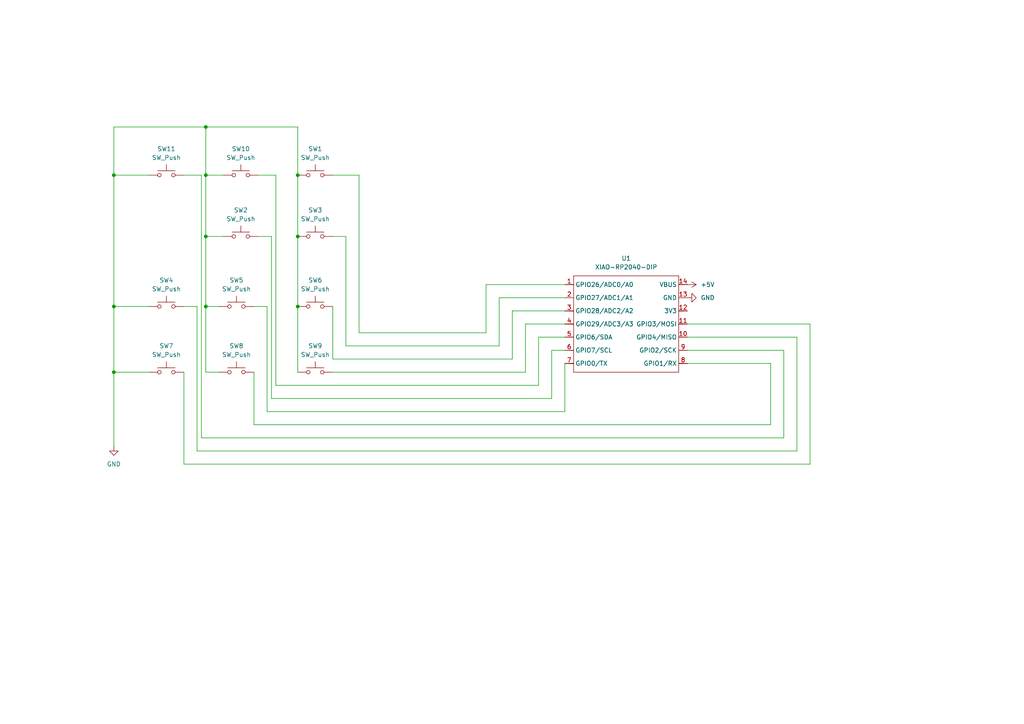
<source format=kicad_sch>
(kicad_sch (version 20250114) (generator "eeschema") (generator_version "9.0")
  (paper "A4")
  (lib_symbols
    (symbol "Seeed:XIAO-RP2040-DIP"
      (property "Reference" "U" (at 0 0 0))
      (property "Value" "XIAO-RP2040-DIP" (at 5.334 -1.778 0))
      (symbol "XIAO-RP2040-DIP_1_0"
        (polyline (pts (xy -1.27 -2.54) (xy 29.21 -2.54)) (stroke (width 0.1524)))
        (polyline (pts (xy -1.27 -5.08) (xy -2.54 -5.08)) (stroke (width 0.1524)))
        (polyline (pts (xy -1.27 -5.08) (xy -1.27 -2.54)) (stroke (width 0.1524)))
        (polyline (pts (xy -1.27 -8.89) (xy -2.54 -8.89)) (stroke (width 0.1524)))
        (polyline (pts (xy -1.27 -8.89) (xy -1.27 -5.08)) (stroke (width 0.1524)))
        (polyline (pts (xy -1.27 -12.7) (xy -2.54 -12.7)) (stroke (width 0.1524)))
        (polyline (pts (xy -1.27 -12.7) (xy -1.27 -8.89)) (stroke (width 0.1524)))
        (polyline (pts (xy -1.27 -16.51) (xy -2.54 -16.51)) (stroke (width 0.1524)))
        (polyline (pts (xy -1.27 -16.51) (xy -1.27 -12.7)) (stroke (width 0.1524)))
        (polyline (pts (xy -1.27 -20.32) (xy -2.54 -20.32)) (stroke (width 0.1524)))
        (polyline (pts (xy -1.27 -24.13) (xy -2.54 -24.13)) (stroke (width 0.1524)))
        (polyline (pts (xy -1.27 -27.94) (xy -2.54 -27.94)) (stroke (width 0.1524)))
        (polyline (pts (xy -1.27 -30.48) (xy -1.27 -16.51)) (stroke (width 0.1524)))
        (polyline (pts (xy 29.21 -2.54) (xy 29.21 -5.08)) (stroke (width 0.1524)))
        (polyline (pts (xy 29.21 -5.08) (xy 29.21 -8.89)) (stroke (width 0.1524)))
        (polyline (pts (xy 29.21 -8.89) (xy 29.21 -12.7)) (stroke (width 0.1524)))
        (polyline (pts (xy 29.21 -12.7) (xy 29.21 -30.48)) (stroke (width 0.1524)))
        (polyline (pts (xy 29.21 -30.48) (xy -1.27 -30.48)) (stroke (width 0.1524)))
        (polyline (pts (xy 30.48 -5.08) (xy 29.21 -5.08)) (stroke (width 0.1524)))
        (polyline (pts (xy 30.48 -8.89) (xy 29.21 -8.89)) (stroke (width 0.1524)))
        (polyline (pts (xy 30.48 -12.7) (xy 29.21 -12.7)) (stroke (width 0.1524)))
        (polyline (pts (xy 30.48 -16.51) (xy 29.21 -16.51)) (stroke (width 0.1524)))
        (polyline (pts (xy 30.48 -20.32) (xy 29.21 -20.32)) (stroke (width 0.1524)))
        (polyline (pts (xy 30.48 -24.13) (xy 29.21 -24.13)) (stroke (width 0.1524)))
        (polyline (pts (xy 30.48 -27.94) (xy 29.21 -27.94)) (stroke (width 0.1524)))
        (pin passive line (at -3.81 -5.08 0) (length 2.54) (name "GPIO26/ADC0/A0") (number "1"))
        (pin passive line (at -3.81 -8.89 0) (length 2.54) (name "GPIO27/ADC1/A1") (number "2"))
        (pin passive line (at -3.81 -12.7 0) (length 2.54) (name "GPIO28/ADC2/A2") (number "3"))
        (pin passive line (at -3.81 -16.51 0) (length 2.54) (name "GPIO29/ADC3/A3") (number "4"))
        (pin passive line (at -3.81 -20.32 0) (length 2.54) (name "GPIO6/SDA") (number "5"))
        (pin passive line (at -3.81 -24.13 0) (length 2.54) (name "GPIO7/SCL") (number "6"))
        (pin passive line (at -3.81 -27.94 0) (length 2.54) (name "GPIO0/TX") (number "7"))
        (pin passive line (at 31.75 -5.08 180) (length 2.54) (name "VBUS") (number "14"))
        (pin passive line (at 31.75 -8.89 180) (length 2.54) (name "GND") (number "13"))
        (pin passive line (at 31.75 -12.7 180) (length 2.54) (name "3V3") (number "12"))
        (pin passive line (at 31.75 -16.51 180) (length 2.54) (name "GPIO3/MOSI") (number "11"))
        (pin passive line (at 31.75 -20.32 180) (length 2.54) (name "GPIO4/MISO") (number "10"))
        (pin passive line (at 31.75 -24.13 180) (length 2.54) (name "GPIO2/SCK") (number "9"))
        (pin passive line (at 31.75 -27.94 180) (length 2.54) (name "GPIO1/RX") (number "8"))
      )
    )
    (symbol "Switch:SW_Push" (pin_numbers (hide yes)) (pin_names (offset 1.016) (hide yes))
      (property "Reference" "SW" (at 1.27 2.54 0))
      (property "Value" "SW_Push" (at 0 -1.524 0))
      (symbol "SW_Push_0_1"
        (circle (center -2.032 0) (radius 0.508))
        (polyline (pts (xy 0 1.27) (xy 0 3.048)))
        (circle (center 2.032 0) (radius 0.508))
        (polyline (pts (xy 2.54 1.27) (xy -2.54 1.27)))
        (pin passive line (at -5.08 0 0) (length 2.54) (name "1") (number "1"))
        (pin passive line (at 5.08 0 180) (length 2.54) (name "2") (number "2"))
      )
    )
    (symbol "power:+5V" (power) (pin_numbers (hide yes)) (pin_names (offset 0) (hide yes))
      (property "Value" "+5V" (at 0 3.556 0))
      (symbol "+5V_0_1"
        (polyline (pts (xy -0.762 1.27) (xy 0 2.54)))
        (polyline (pts (xy 0 2.54) (xy 0.762 1.27)))
        (polyline (pts (xy 0 0) (xy 0 2.54)))
      )
      (symbol "+5V_1_1"
        (pin power_in line (at 0 0 90) (length 0) (name "~") (number "1"))
      )
    )
    (symbol "power:GND" (power) (pin_numbers (hide yes)) (pin_names (offset 0) (hide yes))
      (property "Value" "GND" (at 0 -3.81 0))
      (symbol "GND_0_1"
        (polyline (pts (xy 0 0) (xy 0 -1.27) (xy 1.27 -1.27) (xy 0 -2.54) (xy -1.27 -1.27) (xy 0 -1.27)))
      )
      (symbol "GND_1_1"
        (pin power_in line (at 0 0 270) (length 0) (name "~") (number "1"))
      )
    )
  )
  (junction (at 33.02 50.8))
  (junction (at 86.36 50.8))
  (junction (at 59.69 68.58))
  (junction (at 86.36 88.9))
  (junction (at 59.69 50.8))
  (junction (at 59.69 88.9))
  (junction (at 33.02 107.95))
  (junction (at 59.69 36.83))
  (junction (at 33.02 88.9))
  (junction (at 86.36 68.58))
  (wire (pts (xy 59.69 88.9) (xy 59.69 68.58)))
  (wire (pts (xy 59.69 107.95) (xy 59.69 88.9)))
  (wire (pts (xy 223.52 105.41) (xy 223.52 123.19)))
  (wire (pts (xy 234.95 134.62) (xy 53.34 134.62)))
  (wire (pts (xy 33.02 107.95) (xy 43.18 107.95)))
  (wire (pts (xy 163.83 86.36) (xy 144.78 86.36)))
  (wire (pts (xy 77.47 119.38) (xy 77.47 88.9)))
  (wire (pts (xy 33.02 50.8) (xy 43.18 50.8)))
  (wire (pts (xy 140.97 96.52) (xy 104.14 96.52)))
  (wire (pts (xy 33.02 50.8) (xy 33.02 36.83)))
  (wire (pts (xy 163.83 105.41) (xy 163.83 119.38)))
  (wire (pts (xy 152.4 93.98) (xy 152.4 107.95)))
  (wire (pts (xy 144.78 100.33) (xy 100.33 100.33)))
  (wire (pts (xy 53.34 134.62) (xy 53.34 107.95)))
  (wire (pts (xy 53.34 50.8) (xy 58.42 50.8)))
  (wire (pts (xy 78.74 68.58) (xy 74.93 68.58)))
  (wire (pts (xy 86.36 36.83) (xy 86.36 50.8)))
  (wire (pts (xy 104.14 96.52) (xy 104.14 50.8)))
  (wire (pts (xy 199.39 105.41) (xy 223.52 105.41)))
  (wire (pts (xy 148.59 104.14) (xy 96.52 104.14)))
  (wire (pts (xy 199.39 97.79) (xy 231.14 97.79)))
  (wire (pts (xy 59.69 50.8) (xy 59.69 36.83)))
  (wire (pts (xy 144.78 86.36) (xy 144.78 100.33)))
  (wire (pts (xy 57.15 88.9) (xy 53.34 88.9)))
  (wire (pts (xy 152.4 107.95) (xy 96.52 107.95)))
  (wire (pts (xy 231.14 97.79) (xy 231.14 130.81)))
  (wire (pts (xy 33.02 88.9) (xy 43.18 88.9)))
  (wire (pts (xy 231.14 130.81) (xy 57.15 130.81)))
  (wire (pts (xy 96.52 104.14) (xy 96.52 88.9)))
  (wire (pts (xy 100.33 100.33) (xy 100.33 68.58)))
  (wire (pts (xy 100.33 68.58) (xy 96.52 68.58)))
  (wire (pts (xy 163.83 119.38) (xy 77.47 119.38)))
  (wire (pts (xy 59.69 68.58) (xy 64.77 68.58)))
  (wire (pts (xy 80.01 111.76) (xy 80.01 50.8)))
  (wire (pts (xy 104.14 50.8) (xy 96.52 50.8)))
  (wire (pts (xy 156.21 97.79) (xy 156.21 111.76)))
  (wire (pts (xy 223.52 123.19) (xy 73.66 123.19)))
  (wire (pts (xy 199.39 93.98) (xy 234.95 93.98)))
  (wire (pts (xy 33.02 129.54) (xy 33.02 107.95)))
  (wire (pts (xy 63.5 107.95) (xy 59.69 107.95)))
  (wire (pts (xy 156.21 111.76) (xy 80.01 111.76)))
  (wire (pts (xy 227.33 127) (xy 58.42 127)))
  (wire (pts (xy 73.66 123.19) (xy 73.66 107.95)))
  (wire (pts (xy 160.02 101.6) (xy 160.02 115.57)))
  (wire (pts (xy 199.39 101.6) (xy 227.33 101.6)))
  (wire (pts (xy 163.83 82.55) (xy 140.97 82.55)))
  (wire (pts (xy 163.83 93.98) (xy 152.4 93.98)))
  (wire (pts (xy 86.36 50.8) (xy 86.36 68.58)))
  (wire (pts (xy 140.97 82.55) (xy 140.97 96.52)))
  (wire (pts (xy 160.02 115.57) (xy 78.74 115.57)))
  (wire (pts (xy 33.02 88.9) (xy 33.02 50.8)))
  (wire (pts (xy 148.59 90.17) (xy 148.59 104.14)))
  (wire (pts (xy 33.02 36.83) (xy 59.69 36.83)))
  (wire (pts (xy 163.83 97.79) (xy 156.21 97.79)))
  (wire (pts (xy 77.47 88.9) (xy 73.66 88.9)))
  (wire (pts (xy 86.36 68.58) (xy 86.36 88.9)))
  (wire (pts (xy 58.42 127) (xy 58.42 50.8)))
  (wire (pts (xy 80.01 50.8) (xy 74.93 50.8)))
  (wire (pts (xy 33.02 107.95) (xy 33.02 88.9)))
  (wire (pts (xy 86.36 88.9) (xy 86.36 107.95)))
  (wire (pts (xy 59.69 36.83) (xy 86.36 36.83)))
  (wire (pts (xy 57.15 130.81) (xy 57.15 88.9)))
  (wire (pts (xy 59.69 68.58) (xy 59.69 50.8)))
  (wire (pts (xy 227.33 101.6) (xy 227.33 127)))
  (wire (pts (xy 234.95 93.98) (xy 234.95 134.62)))
  (wire (pts (xy 59.69 88.9) (xy 63.5 88.9)))
  (wire (pts (xy 163.83 101.6) (xy 160.02 101.6)))
  (wire (pts (xy 59.69 50.8) (xy 64.77 50.8)))
  (wire (pts (xy 78.74 115.57) (xy 78.74 68.58)))
  (wire (pts (xy 163.83 90.17) (xy 148.59 90.17)))
  (symbol (lib_id "Switch:SW_Push") (at 69.85 50.8 0) (unit 1)
    (property "Reference" "SW10" (at 69.85 43.18 0))
    (property "Value" "SW_Push" (at 69.85 45.72 0))
    (property "Footprint" "Button_Switch_Keyboard:SW_Cherry_MX_1.00u_PCB" (effects (hide yes)))
    (property "Description" "Push button switch, generic, two pins" (effects (hide yes)))
  )
  (symbol (lib_id "Switch:SW_Push") (at 91.44 50.8 0) (unit 1)
    (property "Reference" "SW1" (at 91.44 43.18 0))
    (property "Value" "SW_Push" (at 91.44 45.72 0))
    (property "Footprint" "Button_Switch_Keyboard:SW_Cherry_MX_1.00u_PCB" (effects (hide yes)))
    (property "Description" "Push button switch, generic, two pins" (effects (hide yes)))
  )
  (symbol (lib_id "Switch:SW_Push") (at 91.44 107.95 0) (unit 1)
    (property "Reference" "SW9" (at 91.44 100.33 0))
    (property "Value" "SW_Push" (at 91.44 102.87 0))
    (property "Footprint" "Button_Switch_Keyboard:SW_Cherry_MX_1.00u_PCB" (effects (hide yes)))
    (property "Description" "Push button switch, generic, two pins" (effects (hide yes)))
  )
  (symbol (lib_id "Switch:SW_Push") (at 48.26 88.9 0) (unit 1)
    (property "Reference" "SW4" (at 48.26 81.28 0))
    (property "Value" "SW_Push" (at 48.26 83.82 0))
    (property "Footprint" "Button_Switch_Keyboard:SW_Cherry_MX_1.00u_PCB" (effects (hide yes)))
    (property "Description" "Push button switch, generic, two pins" (effects (hide yes)))
  )
  (symbol (lib_id "Switch:SW_Push") (at 68.58 107.95 0) (unit 1)
    (property "Reference" "SW8" (at 68.58 100.33 0))
    (property "Value" "SW_Push" (at 68.58 102.87 0))
    (property "Footprint" "Button_Switch_Keyboard:SW_Cherry_MX_1.00u_PCB" (effects (hide yes)))
    (property "Description" "Push button switch, generic, two pins" (effects (hide yes)))
  )
  (symbol (lib_id "power:+5V") (at 199.39 82.55 270) (unit 1)
    (property "Reference" "#PWR02" (effects (hide yes)))
    (property "Value" "+5V" (at 203.2 82.5499 90) (effects (justify left)))
    (property "Description" "Power symbol creates a global label with name \"+5V\"" (effects (hide yes)))
  )
  (symbol (lib_id "Switch:SW_Push") (at 91.44 68.58 0) (unit 1)
    (property "Reference" "SW3" (at 91.44 60.96 0))
    (property "Value" "SW_Push" (at 91.44 63.5 0))
    (property "Footprint" "Button_Switch_Keyboard:SW_Cherry_MX_1.00u_PCB" (effects (hide yes)))
    (property "Description" "Push button switch, generic, two pins" (effects (hide yes)))
  )
  (symbol (lib_id "power:GND") (at 199.39 86.36 90) (unit 1)
    (property "Reference" "#PWR03" (effects (hide yes)))
    (property "Value" "GND" (at 203.2 86.3599 90) (effects (justify right)))
    (property "Description" "Power symbol creates a global label with name \"GND\" , ground" (effects (hide yes)))
  )
  (symbol (lib_id "Seeed:XIAO-RP2040-DIP") (at 167.64 77.47 0) (unit 1)
    (property "Reference" "U1" (at 181.61 74.93 0))
    (property "Value" "XIAO-RP2040-DIP" (at 181.61 77.47 0))
    (property "Footprint" "XIAO:XIAO-RP2040-DIP" (effects (hide yes)))
  )
  (symbol (lib_id "Switch:SW_Push") (at 68.58 88.9 0) (unit 1)
    (property "Reference" "SW5" (at 68.58 81.28 0))
    (property "Value" "SW_Push" (at 68.58 83.82 0))
    (property "Footprint" "Button_Switch_Keyboard:SW_Cherry_MX_1.00u_PCB" (effects (hide yes)))
    (property "Description" "Push button switch, generic, two pins" (effects (hide yes)))
  )
  (symbol (lib_id "Switch:SW_Push") (at 69.85 68.58 0) (unit 1)
    (property "Reference" "SW2" (at 69.85 60.96 0))
    (property "Value" "SW_Push" (at 69.85 63.5 0))
    (property "Footprint" "Button_Switch_Keyboard:SW_Cherry_MX_1.00u_PCB" (effects (hide yes)))
    (property "Description" "Push button switch, generic, two pins" (effects (hide yes)))
  )
  (symbol (lib_id "Switch:SW_Push") (at 48.26 107.95 0) (unit 1)
    (property "Reference" "SW7" (at 48.26 100.33 0))
    (property "Value" "SW_Push" (at 48.26 102.87 0))
    (property "Footprint" "Button_Switch_Keyboard:SW_Cherry_MX_1.00u_PCB" (effects (hide yes)))
    (property "Description" "Push button switch, generic, two pins" (effects (hide yes)))
  )
  (symbol (lib_id "Switch:SW_Push") (at 91.44 88.9 0) (unit 1)
    (property "Reference" "SW6" (at 91.44 81.28 0))
    (property "Value" "SW_Push" (at 91.44 83.82 0))
    (property "Footprint" "Button_Switch_Keyboard:SW_Cherry_MX_1.00u_PCB" (effects (hide yes)))
    (property "Description" "Push button switch, generic, two pins" (effects (hide yes)))
  )
  (symbol (lib_id "Switch:SW_Push") (at 48.26 50.8 0) (unit 1)
    (property "Reference" "SW11" (at 48.26 43.18 0))
    (property "Value" "SW_Push" (at 48.26 45.72 0))
    (property "Footprint" "Button_Switch_Keyboard:SW_Cherry_MX_1.00u_PCB" (effects (hide yes)))
    (property "Description" "Push button switch, generic, two pins" (effects (hide yes)))
  )
  (symbol (lib_id "power:GND") (at 33.02 129.54 0) (unit 1)
    (property "Reference" "#PWR01" (effects (hide yes)))
    (property "Value" "GND" (at 33.02 134.62 0))
    (property "Description" "Power symbol creates a global label with name \"GND\" , ground" (effects (hide yes)))
  )
)
</source>
